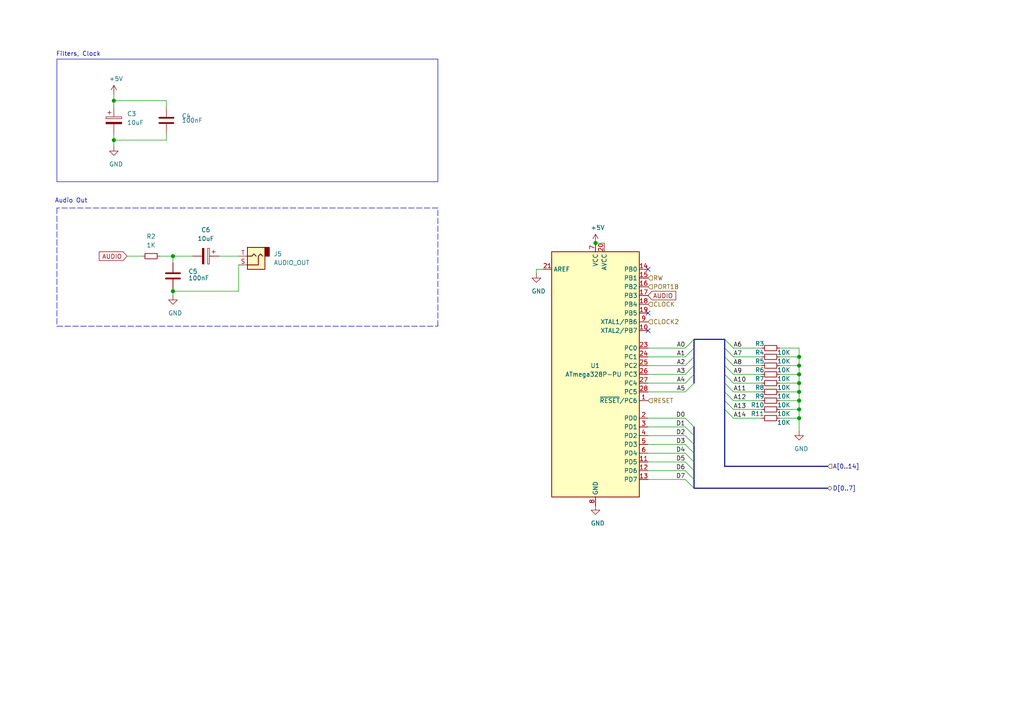
<source format=kicad_sch>
(kicad_sch (version 20201015) (generator eeschema)
  (paper "A4")
  (lib_symbols
    (symbol "Connector:AudioJack2"
      (property "Reference" "J" (at 0 8.89 0))
      (property "Value" "AudioJack2" (at 0 6.35 0))
      (symbol "AudioJack2_0_1"
        (rectangle (start -3.81 0) (end -2.54 -2.54) (stroke (width 0.254)) (fill (type outline)))
        (rectangle (start -2.54 3.81) (end 2.54 -2.54) (stroke (width 0.254)) (fill (type background)))
        (polyline (pts (xy 0 0) (xy 0.635 -0.635) (xy 1.27 0) (xy 2.54 0)) (stroke (width 0.254)))
        (polyline (pts (xy 2.54 2.54) (xy -0.635 2.54) (xy -0.635 0) (xy -1.27 -0.635) (xy -1.905 0)) (stroke (width 0.254)))
      )
      (symbol "AudioJack2_1_1"
        (pin passive line (at 5.08 2.54 180) (length 2.54) (name "~") (number "S"))
        (pin passive line (at 5.08 0 180) (length 2.54) (name "~") (number "T"))
      )
    )
    (symbol "Device:C" (pin_numbers hide) (pin_names (offset 0.254))
      (property "Reference" "C" (at 0.635 2.54 0))
      (property "Value" "C" (at 0.635 -2.54 0))
      (symbol "C_0_1"
        (polyline (pts (xy -2.032 -0.762) (xy 2.032 -0.762)) (stroke (width 0.508)))
        (polyline (pts (xy -2.032 0.762) (xy 2.032 0.762)) (stroke (width 0.508)))
      )
      (symbol "C_1_1"
        (pin passive line (at 0 3.81 270) (length 2.794) (name "~") (number "1"))
        (pin passive line (at 0 -3.81 90) (length 2.794) (name "~") (number "2"))
      )
    )
    (symbol "Device:CP" (pin_numbers hide) (pin_names (offset 0.254))
      (property "Reference" "C" (at 0.635 2.54 0))
      (property "Value" "CP" (at 0.635 -2.54 0))
      (symbol "CP_0_1"
        (rectangle (start -2.286 0.508) (end 2.286 1.016))
        (rectangle (start 2.286 -0.508) (end -2.286 -1.016) (fill (type outline)))
        (polyline (pts (xy -1.778 2.286) (xy -0.762 2.286)))
        (polyline (pts (xy -1.27 2.794) (xy -1.27 1.778)))
      )
      (symbol "CP_1_1"
        (pin passive line (at 0 3.81 270) (length 2.794) (name "~") (number "1"))
        (pin passive line (at 0 -3.81 90) (length 2.794) (name "~") (number "2"))
      )
    )
    (symbol "Device:R_Small" (pin_numbers hide) (pin_names (offset 0.254) hide)
      (property "Reference" "R" (at 0.762 0.508 0))
      (property "Value" "R_Small" (at 0.762 -1.016 0))
      (symbol "R_Small_0_1"
        (rectangle (start -0.762 1.778) (end 0.762 -1.778) (stroke (width 0.2032)))
      )
      (symbol "R_Small_1_1"
        (pin passive line (at 0 2.54 270) (length 0.762) (name "~") (number "1"))
        (pin passive line (at 0 -2.54 90) (length 0.762) (name "~") (number "2"))
      )
    )
    (symbol "MCU_Microchip_ATmega:ATmega328P-PU"
      (property "Reference" "U" (at -12.7 36.83 0))
      (property "Value" "ATmega328P-PU" (at 2.54 -36.83 0))
      (symbol "ATmega328P-PU_0_1"
        (rectangle (start -12.7 -35.56) (end 12.7 35.56) (stroke (width 0.254)) (fill (type background)))
      )
      (symbol "ATmega328P-PU_1_1"
        (pin bidirectional line (at 15.24 -7.62 180) (length 2.54) (name "~RESET~/PC6") (number "1"))
        (pin bidirectional line (at 15.24 12.7 180) (length 2.54) (name "XTAL2/PB7") (number "10"))
        (pin bidirectional line (at 15.24 -25.4 180) (length 2.54) (name "PD5") (number "11"))
        (pin bidirectional line (at 15.24 -27.94 180) (length 2.54) (name "PD6") (number "12"))
        (pin bidirectional line (at 15.24 -30.48 180) (length 2.54) (name "PD7") (number "13"))
        (pin bidirectional line (at 15.24 30.48 180) (length 2.54) (name "PB0") (number "14"))
        (pin bidirectional line (at 15.24 27.94 180) (length 2.54) (name "PB1") (number "15"))
        (pin bidirectional line (at 15.24 25.4 180) (length 2.54) (name "PB2") (number "16"))
        (pin bidirectional line (at 15.24 22.86 180) (length 2.54) (name "PB3") (number "17"))
        (pin bidirectional line (at 15.24 20.32 180) (length 2.54) (name "PB4") (number "18"))
        (pin bidirectional line (at 15.24 17.78 180) (length 2.54) (name "PB5") (number "19"))
        (pin bidirectional line (at 15.24 -12.7 180) (length 2.54) (name "PD0") (number "2"))
        (pin power_in line (at 2.54 38.1 270) (length 2.54) (name "AVCC") (number "20"))
        (pin passive line (at -15.24 30.48 0) (length 2.54) (name "AREF") (number "21"))
        (pin passive line (at 0 -38.1 90) (length 2.54) hide (name "GND") (number "22"))
        (pin bidirectional line (at 15.24 7.62 180) (length 2.54) (name "PC0") (number "23"))
        (pin bidirectional line (at 15.24 5.08 180) (length 2.54) (name "PC1") (number "24"))
        (pin bidirectional line (at 15.24 2.54 180) (length 2.54) (name "PC2") (number "25"))
        (pin bidirectional line (at 15.24 0 180) (length 2.54) (name "PC3") (number "26"))
        (pin bidirectional line (at 15.24 -2.54 180) (length 2.54) (name "PC4") (number "27"))
        (pin bidirectional line (at 15.24 -5.08 180) (length 2.54) (name "PC5") (number "28"))
        (pin bidirectional line (at 15.24 -15.24 180) (length 2.54) (name "PD1") (number "3"))
        (pin bidirectional line (at 15.24 -17.78 180) (length 2.54) (name "PD2") (number "4"))
        (pin bidirectional line (at 15.24 -20.32 180) (length 2.54) (name "PD3") (number "5"))
        (pin bidirectional line (at 15.24 -22.86 180) (length 2.54) (name "PD4") (number "6"))
        (pin power_in line (at 0 38.1 270) (length 2.54) (name "VCC") (number "7"))
        (pin power_in line (at 0 -38.1 90) (length 2.54) (name "GND") (number "8"))
        (pin bidirectional line (at 15.24 15.24 180) (length 2.54) (name "XTAL1/PB6") (number "9"))
      )
    )
    (symbol "power:+5V" (power) (pin_names (offset 0))
      (property "Value" "+5V" (at 0 3.556 0))
      (symbol "+5V_0_1"
        (polyline (pts (xy -0.762 1.27) (xy 0 2.54)))
        (polyline (pts (xy 0 0) (xy 0 2.54)))
        (polyline (pts (xy 0 2.54) (xy 0.762 1.27)))
      )
      (symbol "+5V_1_1"
        (pin power_in line (at 0 0 90) (length 0) hide (name "+5V") (number "1"))
      )
    )
    (symbol "power:GND" (power) (pin_names (offset 0))
      (property "Value" "GND" (at 0 -3.81 0))
      (symbol "GND_0_1"
        (polyline (pts (xy 0 0) (xy 0 -1.27) (xy 1.27 -1.27) (xy 0 -2.54) (xy -1.27 -1.27) (xy 0 -1.27)))
      )
      (symbol "GND_1_1"
        (pin power_in line (at 0 0 270) (length 0) hide (name "GND") (number "1"))
      )
    )
  )
  (junction (at 33.02 29.21) (diameter 1.016))
  (junction (at 33.02 40.64) (diameter 1.016))
  (junction (at 50.165 74.295) (diameter 1.016))
  (junction (at 50.165 84.455) (diameter 1.016))
  (junction (at 172.72 70.485) (diameter 1.016))
  (junction (at 231.775 103.505) (diameter 1.016))
  (junction (at 231.775 106.045) (diameter 1.016))
  (junction (at 231.775 108.585) (diameter 1.016))
  (junction (at 231.775 111.125) (diameter 1.016))
  (junction (at 231.775 113.665) (diameter 1.016))
  (junction (at 231.775 116.205) (diameter 1.016))
  (junction (at 231.775 118.745) (diameter 1.016))
  (junction (at 231.775 121.285) (diameter 1.016))
  (no_connect (at 187.96 95.885))
  (no_connect (at 187.96 78.105))
  (no_connect (at 187.96 90.805))
  (bus_entry (at 198.755 100.965) (size 2.54 -2.54) (stroke (width 0.1524)))
  (bus_entry (at 198.755 103.505) (size 2.54 -2.54) (stroke (width 0.1524)))
  (bus_entry (at 198.755 106.045) (size 2.54 -2.54) (stroke (width 0.1524)))
  (bus_entry (at 198.755 108.585) (size 2.54 -2.54) (stroke (width 0.1524)))
  (bus_entry (at 198.755 111.125) (size 2.54 -2.54) (stroke (width 0.1524)))
  (bus_entry (at 198.755 113.665) (size 2.54 -2.54) (stroke (width 0.1524)))
  (bus_entry (at 198.755 121.285) (size 2.54 2.54) (stroke (width 0.1524)))
  (bus_entry (at 198.755 123.825) (size 2.54 2.54) (stroke (width 0.1524)))
  (bus_entry (at 198.755 126.365) (size 2.54 2.54) (stroke (width 0.1524)))
  (bus_entry (at 198.755 128.905) (size 2.54 2.54) (stroke (width 0.1524)))
  (bus_entry (at 198.755 131.445) (size 2.54 2.54) (stroke (width 0.1524)))
  (bus_entry (at 198.755 133.985) (size 2.54 2.54) (stroke (width 0.1524)))
  (bus_entry (at 198.755 136.525) (size 2.54 2.54) (stroke (width 0.1524)))
  (bus_entry (at 198.755 139.065) (size 2.54 2.54) (stroke (width 0.1524)))
  (bus_entry (at 210.185 98.425) (size 2.54 2.54) (stroke (width 0.1524)))
  (bus_entry (at 210.185 100.965) (size 2.54 2.54) (stroke (width 0.1524)))
  (bus_entry (at 210.185 103.505) (size 2.54 2.54) (stroke (width 0.1524)))
  (bus_entry (at 210.185 106.045) (size 2.54 2.54) (stroke (width 0.1524)))
  (bus_entry (at 210.185 108.585) (size 2.54 2.54) (stroke (width 0.1524)))
  (bus_entry (at 210.185 111.125) (size 2.54 2.54) (stroke (width 0.1524)))
  (bus_entry (at 210.185 113.665) (size 2.54 2.54) (stroke (width 0.1524)))
  (bus_entry (at 210.185 116.205) (size 2.54 2.54) (stroke (width 0.1524)))
  (bus_entry (at 210.185 118.745) (size 2.54 2.54) (stroke (width 0.1524)))
  (wire (pts (xy 33.02 27.305) (xy 33.02 29.21)))
  (wire (pts (xy 33.02 29.21) (xy 48.26 29.21)))
  (wire (pts (xy 33.02 31.115) (xy 33.02 29.21)))
  (wire (pts (xy 33.02 38.735) (xy 33.02 40.64)))
  (wire (pts (xy 33.02 40.64) (xy 33.02 42.545)))
  (wire (pts (xy 33.02 40.64) (xy 48.26 40.64)))
  (wire (pts (xy 36.83 74.295) (xy 41.275 74.295)))
  (wire (pts (xy 46.355 74.295) (xy 50.165 74.295)))
  (wire (pts (xy 48.26 29.21) (xy 48.26 31.115)))
  (wire (pts (xy 48.26 40.64) (xy 48.26 38.735)))
  (wire (pts (xy 50.165 74.295) (xy 50.165 76.2)))
  (wire (pts (xy 50.165 74.295) (xy 55.88 74.295)))
  (wire (pts (xy 50.165 83.82) (xy 50.165 84.455)))
  (wire (pts (xy 50.165 84.455) (xy 50.165 85.725)))
  (wire (pts (xy 50.165 84.455) (xy 69.215 84.455)))
  (wire (pts (xy 63.5 74.295) (xy 69.215 74.295)))
  (wire (pts (xy 69.215 84.455) (xy 69.215 76.835)))
  (wire (pts (xy 155.575 78.105) (xy 155.575 79.375)))
  (wire (pts (xy 157.48 78.105) (xy 155.575 78.105)))
  (wire (pts (xy 172.72 70.485) (xy 175.26 70.485)))
  (wire (pts (xy 187.96 100.965) (xy 198.755 100.965)))
  (wire (pts (xy 187.96 103.505) (xy 198.755 103.505)))
  (wire (pts (xy 187.96 106.045) (xy 198.755 106.045)))
  (wire (pts (xy 187.96 108.585) (xy 198.755 108.585)))
  (wire (pts (xy 187.96 111.125) (xy 198.755 111.125)))
  (wire (pts (xy 187.96 113.665) (xy 198.755 113.665)))
  (wire (pts (xy 187.96 121.285) (xy 198.755 121.285)))
  (wire (pts (xy 187.96 123.825) (xy 198.755 123.825)))
  (wire (pts (xy 187.96 126.365) (xy 198.755 126.365)))
  (wire (pts (xy 187.96 128.905) (xy 198.755 128.905)))
  (wire (pts (xy 187.96 131.445) (xy 198.755 131.445)))
  (wire (pts (xy 187.96 133.985) (xy 198.755 133.985)))
  (wire (pts (xy 187.96 136.525) (xy 198.755 136.525)))
  (wire (pts (xy 187.96 139.065) (xy 198.755 139.065)))
  (wire (pts (xy 212.725 100.965) (xy 220.98 100.965)))
  (wire (pts (xy 212.725 103.505) (xy 220.98 103.505)))
  (wire (pts (xy 212.725 106.045) (xy 220.98 106.045)))
  (wire (pts (xy 212.725 108.585) (xy 220.98 108.585)))
  (wire (pts (xy 212.725 111.125) (xy 220.98 111.125)))
  (wire (pts (xy 212.725 113.665) (xy 220.98 113.665)))
  (wire (pts (xy 212.725 116.205) (xy 220.98 116.205)))
  (wire (pts (xy 212.725 118.745) (xy 220.98 118.745)))
  (wire (pts (xy 212.725 121.285) (xy 220.98 121.285)))
  (wire (pts (xy 226.06 100.965) (xy 231.775 100.965)))
  (wire (pts (xy 226.06 103.505) (xy 231.775 103.505)))
  (wire (pts (xy 226.06 106.045) (xy 231.775 106.045)))
  (wire (pts (xy 226.06 108.585) (xy 231.775 108.585)))
  (wire (pts (xy 226.06 111.125) (xy 231.775 111.125)))
  (wire (pts (xy 226.06 113.665) (xy 231.775 113.665)))
  (wire (pts (xy 226.06 116.205) (xy 231.775 116.205)))
  (wire (pts (xy 226.06 118.745) (xy 231.775 118.745)))
  (wire (pts (xy 226.06 121.285) (xy 231.775 121.285)))
  (wire (pts (xy 231.775 100.965) (xy 231.775 103.505)))
  (wire (pts (xy 231.775 103.505) (xy 231.775 106.045)))
  (wire (pts (xy 231.775 106.045) (xy 231.775 108.585)))
  (wire (pts (xy 231.775 108.585) (xy 231.775 111.125)))
  (wire (pts (xy 231.775 111.125) (xy 231.775 113.665)))
  (wire (pts (xy 231.775 113.665) (xy 231.775 116.205)))
  (wire (pts (xy 231.775 116.205) (xy 231.775 118.745)))
  (wire (pts (xy 231.775 118.745) (xy 231.775 121.285)))
  (wire (pts (xy 231.775 121.285) (xy 231.775 125.095)))
  (bus (pts (xy 201.295 98.425) (xy 201.295 100.965)))
  (bus (pts (xy 201.295 98.425) (xy 210.185 98.425)))
  (bus (pts (xy 201.295 100.965) (xy 201.295 103.505)))
  (bus (pts (xy 201.295 103.505) (xy 201.295 106.045)))
  (bus (pts (xy 201.295 106.045) (xy 201.295 108.585)))
  (bus (pts (xy 201.295 108.585) (xy 201.295 111.125)))
  (bus (pts (xy 201.295 123.825) (xy 201.295 126.365)))
  (bus (pts (xy 201.295 126.365) (xy 201.295 128.905)))
  (bus (pts (xy 201.295 128.905) (xy 201.295 131.445)))
  (bus (pts (xy 201.295 131.445) (xy 201.295 133.985)))
  (bus (pts (xy 201.295 133.985) (xy 201.295 136.525)))
  (bus (pts (xy 201.295 136.525) (xy 201.295 139.065)))
  (bus (pts (xy 201.295 139.065) (xy 201.295 141.605)))
  (bus (pts (xy 201.295 141.605) (xy 240.03 141.605)))
  (bus (pts (xy 210.185 98.425) (xy 210.185 100.965)))
  (bus (pts (xy 210.185 100.965) (xy 210.185 103.505)))
  (bus (pts (xy 210.185 103.505) (xy 210.185 106.045)))
  (bus (pts (xy 210.185 106.045) (xy 210.185 108.585)))
  (bus (pts (xy 210.185 108.585) (xy 210.185 111.125)))
  (bus (pts (xy 210.185 111.125) (xy 210.185 113.665)))
  (bus (pts (xy 210.185 113.665) (xy 210.185 116.205)))
  (bus (pts (xy 210.185 116.205) (xy 210.185 118.745)))
  (bus (pts (xy 210.185 118.745) (xy 210.185 135.255)))
  (bus (pts (xy 210.185 135.255) (xy 240.03 135.255)))
  (polyline (pts (xy 16.51 17.145) (xy 16.51 52.705)) (stroke (width 0) (type solid)))
  (polyline (pts (xy 16.51 17.145) (xy 127 17.145)) (stroke (width 0) (type solid)))
  (polyline (pts (xy 16.51 52.705) (xy 127 52.705)) (stroke (width 0) (type solid)))
  (polyline (pts (xy 16.51 60.325) (xy 16.51 94.615)) (stroke (width 0) (type dash)))
  (polyline (pts (xy 16.51 94.615) (xy 127 94.615)) (stroke (width 0) (type dash)))
  (polyline (pts (xy 127 52.705) (xy 127 17.145)) (stroke (width 0) (type solid)))
  (polyline (pts (xy 127 60.325) (xy 16.51 60.325)) (stroke (width 0) (type dash)))
  (polyline (pts (xy 127 94.615) (xy 127 60.325)) (stroke (width 0) (type dash)))
  (text "Audio Out" (at 25.4 59.055 180) (effects (font (size 1.27 1.27)) (justify right bottom)))
  (text "Filters, Clock" (at 29.21 16.51 180) (effects (font (size 1.27 1.27)) (justify right bottom)))
  (label "A0" (at 198.755 100.965 180))
  (label "A1" (at 198.755 103.505 180))
  (label "A2" (at 198.755 106.045 180))
  (label "A3" (at 198.755 108.585 180))
  (label "A4" (at 198.755 111.125 180))
  (label "A5" (at 198.755 113.665 180))
  (label "D0" (at 198.755 121.285 180))
  (label "D1" (at 198.755 123.825 180))
  (label "D2" (at 198.755 126.365 180))
  (label "D3" (at 198.755 128.905 180))
  (label "D4" (at 198.755 131.445 180))
  (label "D5" (at 198.755 133.985 180))
  (label "D6" (at 198.755 136.525 180))
  (label "D7" (at 198.755 139.065 180))
  (label "A6" (at 212.725 100.965 0))
  (label "A7" (at 212.725 103.505 0))
  (label "A8" (at 212.725 106.045 0))
  (label "A9" (at 212.725 108.585 0))
  (label "A10" (at 212.725 111.125 0))
  (label "A11" (at 212.725 113.665 0))
  (label "A12" (at 212.725 116.205 0))
  (label "A13" (at 212.725 118.745 0))
  (label "A14" (at 212.725 121.285 0))
  (global_label "AUDIO" (shape input) (at 36.83 74.295 180) (property "Intersheet References" "${INTERSHEET_REFS}" (effects hide)))
  (global_label "AUDIO" (shape input) (at 187.96 85.725 0) (property "Intersheet References" "${INTERSHEET_REFS}" (effects hide)))
  (hierarchical_label "RW" (shape input) (at 187.96 80.645 0))
  (hierarchical_label "PORT1B" (shape input) (at 187.96 83.185 0))
  (hierarchical_label "CLOCK" (shape input) (at 187.96 88.265 0))
  (hierarchical_label "CLOCK2" (shape input) (at 187.96 93.345 0))
  (hierarchical_label "RESET" (shape input) (at 187.96 116.205 0))
  (hierarchical_label "A[0..14]" (shape input) (at 240.03 135.255 0))
  (hierarchical_label "D[0..7]" (shape bidirectional) (at 240.03 141.605 0))
  (symbol (lib_id "power:+5V") (at 33.02 27.305 0) (unit 1)
    (property "Reference" "#PWR08" (effects hide))
    (property "Value" "+5V" (at 33.655 22.86 0))
  )
  (symbol (lib_id "power:+5V") (at 172.72 70.485 0) (unit 1)
    (property "Reference" "#PWR013" (effects hide))
    (property "Value" "+5V" (at 173.355 66.04 0))
  )
  (symbol (lib_id "power:GND") (at 33.02 42.545 0) (unit 1)
    (property "Reference" "#PWR09" (effects hide))
    (property "Value" "GND" (at 33.655 47.625 0))
  )
  (symbol (lib_id "power:GND") (at 50.165 85.725 0) (unit 1)
    (property "Reference" "#PWR010" (effects hide))
    (property "Value" "GND" (at 50.8 90.805 0))
  )
  (symbol (lib_id "power:GND") (at 155.575 79.375 0) (unit 1)
    (property "Reference" "#PWR012" (effects hide))
    (property "Value" "GND" (at 156.21 84.455 0))
  )
  (symbol (lib_id "power:GND") (at 172.72 146.685 0) (unit 1)
    (property "Reference" "#PWR014" (effects hide))
    (property "Value" "GND" (at 173.355 151.765 0))
  )
  (symbol (lib_id "power:GND") (at 231.775 125.095 0) (unit 1)
    (property "Reference" "#PWR015" (effects hide))
    (property "Value" "GND" (at 232.41 130.175 0))
  )
  (symbol (lib_id "Device:R_Small") (at 43.815 74.295 90) (unit 1)
    (property "Reference" "R2" (at 43.815 68.58 90))
    (property "Value" "1K" (at 43.815 71.12 90))
    (property "Footprint" "Resistor_THT:R_Axial_DIN0207_L6.3mm_D2.5mm_P10.16mm_Horizontal" (effects hide))
  )
  (symbol (lib_id "Device:R_Small") (at 223.52 100.965 90) (unit 1)
    (property "Reference" "R3" (at 220.345 99.695 90))
    (property "Value" "10K" (at 227.33 102.235 90))
    (property "Footprint" "Resistor_THT:R_Axial_DIN0207_L6.3mm_D2.5mm_P10.16mm_Horizontal" (effects hide))
  )
  (symbol (lib_id "Device:R_Small") (at 223.52 103.505 90) (unit 1)
    (property "Reference" "R4" (at 220.345 102.235 90))
    (property "Value" "10K" (at 227.33 104.775 90))
    (property "Footprint" "Resistor_THT:R_Axial_DIN0207_L6.3mm_D2.5mm_P10.16mm_Horizontal" (effects hide))
  )
  (symbol (lib_id "Device:R_Small") (at 223.52 106.045 90) (unit 1)
    (property "Reference" "R5" (at 220.345 104.775 90))
    (property "Value" "10K" (at 227.33 107.315 90))
    (property "Footprint" "Resistor_THT:R_Axial_DIN0207_L6.3mm_D2.5mm_P10.16mm_Horizontal" (effects hide))
  )
  (symbol (lib_id "Device:R_Small") (at 223.52 108.585 90) (unit 1)
    (property "Reference" "R6" (at 220.345 107.315 90))
    (property "Value" "10K" (at 227.33 109.855 90))
    (property "Footprint" "Resistor_THT:R_Axial_DIN0207_L6.3mm_D2.5mm_P10.16mm_Horizontal" (effects hide))
  )
  (symbol (lib_id "Device:R_Small") (at 223.52 111.125 90) (unit 1)
    (property "Reference" "R7" (at 220.345 109.855 90))
    (property "Value" "10K" (at 227.33 112.395 90))
    (property "Footprint" "Resistor_THT:R_Axial_DIN0207_L6.3mm_D2.5mm_P10.16mm_Horizontal" (effects hide))
  )
  (symbol (lib_id "Device:R_Small") (at 223.52 113.665 90) (unit 1)
    (property "Reference" "R8" (at 220.345 112.395 90))
    (property "Value" "10K" (at 227.33 114.935 90))
    (property "Footprint" "Resistor_THT:R_Axial_DIN0207_L6.3mm_D2.5mm_P10.16mm_Horizontal" (effects hide))
  )
  (symbol (lib_id "Device:R_Small") (at 223.52 116.205 90) (unit 1)
    (property "Reference" "R9" (at 220.345 114.935 90))
    (property "Value" "10K" (at 227.33 117.475 90))
    (property "Footprint" "Resistor_THT:R_Axial_DIN0207_L6.3mm_D2.5mm_P10.16mm_Horizontal" (effects hide))
  )
  (symbol (lib_id "Device:R_Small") (at 223.52 118.745 90) (unit 1)
    (property "Reference" "R10" (at 219.71 117.475 90))
    (property "Value" "10K" (at 227.33 120.015 90))
    (property "Footprint" "Resistor_THT:R_Axial_DIN0207_L6.3mm_D2.5mm_P10.16mm_Horizontal" (effects hide))
  )
  (symbol (lib_id "Device:R_Small") (at 223.52 121.285 90) (unit 1)
    (property "Reference" "R11" (at 219.71 120.015 90))
    (property "Value" "10K" (at 227.33 122.555 90))
    (property "Footprint" "Resistor_THT:R_Axial_DIN0207_L6.3mm_D2.5mm_P10.16mm_Horizontal" (effects hide))
  )
  (symbol (lib_id "Device:CP") (at 33.02 34.925 0) (unit 1)
    (property "Reference" "C3" (at 36.83 33.02 0) (effects (justify left)))
    (property "Value" "10uF" (at 36.83 35.56 0) (effects (justify left)))
    (property "Footprint" "Capacitor_THT:C_Radial_D5.0mm_H11.0mm_P2.00mm" (effects hide))
  )
  (symbol (lib_id "Device:C") (at 48.26 34.925 0) (unit 1)
    (property "Reference" "C4" (at 52.705 33.655 0) (effects (justify left)))
    (property "Value" "100nF" (at 52.705 34.925 0) (effects (justify left)))
    (property "Footprint" "Capacitor_THT:C_Disc_D5.0mm_W2.5mm_P2.50mm" (effects hide))
  )
  (symbol (lib_id "Device:C") (at 50.165 80.01 0) (unit 1)
    (property "Reference" "C5" (at 54.61 78.74 0) (effects (justify left)))
    (property "Value" "100nF" (at 54.61 80.645 0) (effects (justify left)))
    (property "Footprint" "Capacitor_THT:C_Disc_D5.0mm_W2.5mm_P2.50mm" (effects hide))
  )
  (symbol (lib_id "Device:CP") (at 59.69 74.295 270) (unit 1)
    (property "Reference" "C6" (at 59.69 66.675 90))
    (property "Value" "10uF" (at 59.69 69.215 90))
    (property "Footprint" "Capacitor_THT:C_Radial_D5.0mm_H11.0mm_P2.00mm" (effects hide))
  )
  (symbol (lib_id "Connector:AudioJack2") (at 74.295 74.295 180) (unit 1)
    (property "Reference" "J5" (at 79.375 73.66 0) (effects (justify right)))
    (property "Value" "AUDIO_OUT" (at 79.375 76.2 0) (effects (justify right)))
    (property "Footprint" "Connector_Audio:Jack_3.5mm_CUI_SJ1-3533NG_Horizontal" (effects hide))
  )
  (symbol (lib_id "MCU_Microchip_ATmega:ATmega328P-PU") (at 172.72 108.585 0) (unit 1)
    (property "Reference" "U1" (at 173.99 106.045 0) (effects (justify right)))
    (property "Value" "ATmega328P-PU" (at 180.34 108.585 0) (effects (justify right)))
    (property "Footprint" "Package_DIP:DIP-28_W7.62mm" (effects hide))
  )
)
</source>
